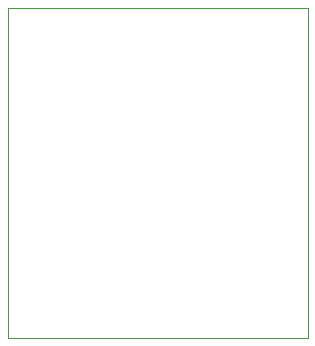
<source format=gbp>
G04 EAGLE Gerber RS-274X export*
G75*
%MOMM*%
%FSLAX34Y34*%
%LPD*%
%INSolder paste bottom*%
%IPPOS*%
%AMOC8*
5,1,8,0,0,1.08239X$1,22.5*%
G01*
%ADD10C,0.000000*%


D10*
X0Y0D02*
X0Y279400D01*
X254000Y279400D01*
X254000Y0D01*
X0Y0D01*
M02*

</source>
